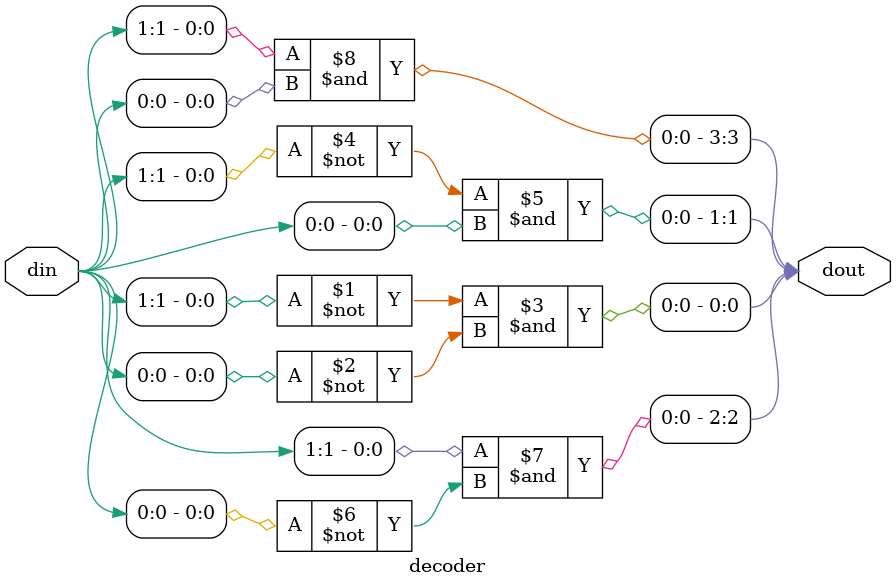
<source format=v>
module decoder (din, dout);

input [1:0] din;
output [3:0] dout;

assign dout[0] = ~din[1] & ~din[0]; //00
assign dout[1] = ~din[1] & din[0]; //01
assign dout[2] = din[1] & ~din[0]; //10
assign dout[3] = din[1] & din[0]; // 11

endmodule
</source>
